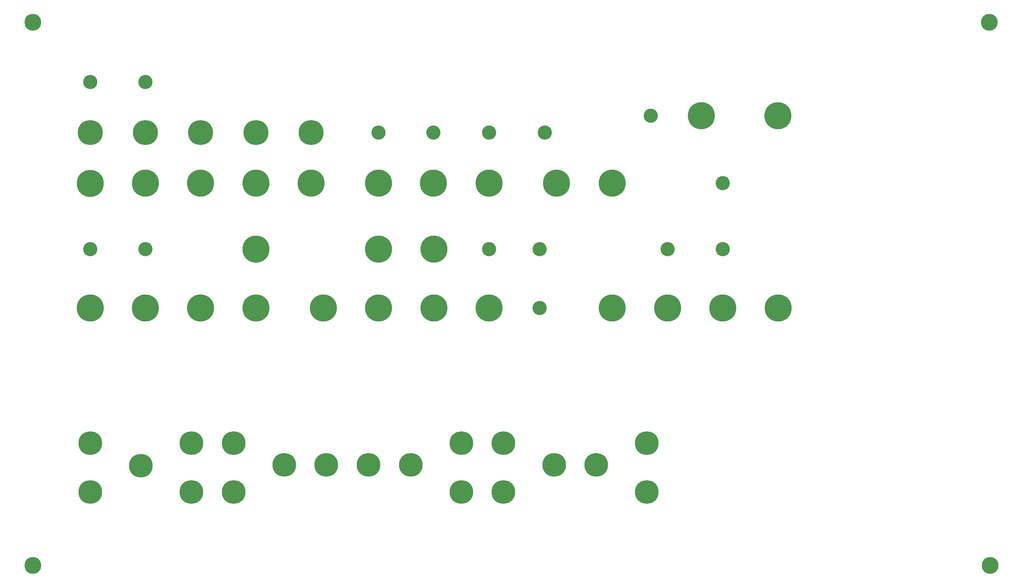
<source format=gbr>
%TF.GenerationSoftware,KiCad,Pcbnew,9.0.1*%
%TF.CreationDate,2025-10-24T09:32:50+01:00*%
%TF.ProjectId,WEASEL_KiCad_frontPanel,57454153-454c-45f4-9b69-4361645f6672,rev?*%
%TF.SameCoordinates,Original*%
%TF.FileFunction,Soldermask,Bot*%
%TF.FilePolarity,Negative*%
%FSLAX46Y46*%
G04 Gerber Fmt 4.6, Leading zero omitted, Abs format (unit mm)*
G04 Created by KiCad (PCBNEW 9.0.1) date 2025-10-24 09:32:50*
%MOMM*%
%LPD*%
G01*
G04 APERTURE LIST*
%ADD10C,7.000000*%
%ADD11C,8.000000*%
%ADD12C,4.200000*%
%ADD13C,5.000000*%
%ADD14C,7.400000*%
G04 APERTURE END LIST*
D10*
%TO.C,REF\u002A\u002A*%
X155997300Y-174200000D03*
%TD*%
D11*
%TO.C,REF\u002A\u002A*%
X131498900Y-82715800D03*
%TD*%
D12*
%TO.C,REF\u002A\u002A*%
X62375400Y-102215800D03*
%TD*%
D11*
%TO.C,REF\u002A\u002A*%
X249867300Y-62715800D03*
%TD*%
%TO.C,REF\u002A\u002A*%
X200748100Y-82715800D03*
%TD*%
D10*
%TO.C,REF\u002A\u002A*%
X88497300Y-174200000D03*
%TD*%
D13*
%TO.C,*%
X312500000Y-35000000D03*
%TD*%
D14*
%TO.C,REF\u002A\u002A*%
X45997300Y-67715800D03*
%TD*%
D12*
%TO.C,REF\u002A\u002A*%
X233500000Y-82715800D03*
%TD*%
D11*
%TO.C,REF\u002A\u002A*%
X62372700Y-82715800D03*
%TD*%
%TO.C,REF\u002A\u002A*%
X78748100Y-119715800D03*
%TD*%
D12*
%TO.C,REF\u002A\u002A*%
X179248100Y-102215800D03*
%TD*%
D11*
%TO.C,REF\u002A\u002A*%
X95123500Y-119715800D03*
%TD*%
%TO.C,REF\u002A\u002A*%
X147865700Y-119715800D03*
%TD*%
D13*
%TO.C,*%
X29000000Y-196000000D03*
%TD*%
D11*
%TO.C,REF\u002A\u002A*%
X147748100Y-82715800D03*
%TD*%
D12*
%TO.C,REF\u002A\u002A*%
X147748100Y-67715800D03*
%TD*%
D10*
%TO.C,REF\u002A\u002A*%
X210997300Y-159700000D03*
%TD*%
D12*
%TO.C,REF\u002A\u002A*%
X217123500Y-102215800D03*
%TD*%
D11*
%TO.C,REF\u002A\u002A*%
X131497300Y-102215800D03*
%TD*%
%TO.C,REF\u002A\u002A*%
X164248100Y-119715800D03*
%TD*%
D14*
%TO.C,REF\u002A\u002A*%
X78748100Y-67715800D03*
%TD*%
%TO.C,REF\u002A\u002A*%
X111498900Y-67715800D03*
%TD*%
D10*
%TO.C,REF\u002A\u002A*%
X103497300Y-166200000D03*
%TD*%
%TO.C,REF\u002A\u002A*%
X183497300Y-166200000D03*
%TD*%
D13*
%TO.C,REF\u002A\u002A*%
X312750000Y-196000000D03*
%TD*%
D11*
%TO.C,REF\u002A\u002A*%
X227118100Y-62715800D03*
%TD*%
D10*
%TO.C,REF\u002A\u002A*%
X210997300Y-174200000D03*
%TD*%
D11*
%TO.C,REF\u002A\u002A*%
X45997300Y-119715800D03*
%TD*%
%TO.C,REF\u002A\u002A*%
X78748100Y-82715800D03*
%TD*%
D10*
%TO.C,REF\u002A\u002A*%
X75997300Y-159700000D03*
%TD*%
D11*
%TO.C,REF\u002A\u002A*%
X46000000Y-82750000D03*
%TD*%
D12*
%TO.C,REF\u002A\u002A*%
X62372700Y-52715800D03*
%TD*%
D10*
%TO.C,REF\u002A\u002A*%
X155997300Y-159700000D03*
%TD*%
D11*
%TO.C,REF\u002A\u002A*%
X115121900Y-119715800D03*
%TD*%
D10*
%TO.C,REF\u002A\u002A*%
X46000000Y-159750000D03*
%TD*%
D12*
%TO.C,REF\u002A\u002A*%
X180748100Y-67715800D03*
%TD*%
D14*
%TO.C,REF\u002A\u002A*%
X62372700Y-67715800D03*
%TD*%
D10*
%TO.C,REF\u002A\u002A*%
X168497300Y-174200000D03*
%TD*%
D11*
%TO.C,REF\u002A\u002A*%
X147872700Y-102215800D03*
%TD*%
%TO.C,REF\u002A\u002A*%
X164248100Y-82715800D03*
%TD*%
%TO.C,REF\u002A\u002A*%
X184248100Y-82715800D03*
%TD*%
D10*
%TO.C,REF\u002A\u002A*%
X168497300Y-159700000D03*
%TD*%
D12*
%TO.C,REF\u002A\u002A*%
X45997300Y-102215800D03*
%TD*%
D10*
%TO.C,REF\u002A\u002A*%
X128497300Y-166200000D03*
%TD*%
D11*
%TO.C,REF\u002A\u002A*%
X249871600Y-119715800D03*
%TD*%
D14*
%TO.C,REF\u002A\u002A*%
X95123500Y-67715800D03*
%TD*%
D12*
%TO.C,REF\u002A\u002A*%
X212118100Y-62715800D03*
%TD*%
D10*
%TO.C,REF\u002A\u002A*%
X45997300Y-174200000D03*
%TD*%
D12*
%TO.C,REF\u002A\u002A*%
X233486500Y-102215800D03*
%TD*%
D10*
%TO.C,REF\u002A\u002A*%
X75997300Y-174200000D03*
%TD*%
%TO.C,REF\u002A\u002A*%
X195997300Y-166200000D03*
%TD*%
D11*
%TO.C,REF\u002A\u002A*%
X131497300Y-119715800D03*
%TD*%
D13*
%TO.C,*%
X29000000Y-35000000D03*
%TD*%
D12*
%TO.C,REF\u002A\u002A*%
X179248100Y-119715800D03*
%TD*%
D10*
%TO.C,REF\u002A\u002A*%
X60997300Y-166400000D03*
%TD*%
D11*
%TO.C,REF\u002A\u002A*%
X233486500Y-119715800D03*
%TD*%
D10*
%TO.C,REF\u002A\u002A*%
X88497300Y-159700000D03*
%TD*%
D11*
%TO.C,REF\u002A\u002A*%
X200748100Y-119715800D03*
%TD*%
D12*
%TO.C,REF\u002A\u002A*%
X164243800Y-102215800D03*
%TD*%
%TO.C,REF\u002A\u002A*%
X45997300Y-52715800D03*
%TD*%
D11*
%TO.C,REF\u002A\u002A*%
X217123500Y-119715800D03*
%TD*%
%TO.C,REF\u002A\u002A*%
X111498900Y-82715800D03*
%TD*%
%TO.C,REF\u002A\u002A*%
X95123500Y-102215800D03*
%TD*%
%TO.C,REF\u002A\u002A*%
X62375400Y-119715800D03*
%TD*%
D10*
%TO.C,REF\u002A\u002A*%
X115997300Y-166200000D03*
%TD*%
D11*
%TO.C,REF\u002A\u002A*%
X95123500Y-82715800D03*
%TD*%
D12*
%TO.C,REF\u002A\u002A*%
X131498900Y-67715800D03*
%TD*%
%TO.C,REF\u002A\u002A*%
X164248100Y-67715800D03*
%TD*%
D10*
%TO.C,REF\u002A\u002A*%
X140997300Y-166200000D03*
%TD*%
M02*

</source>
